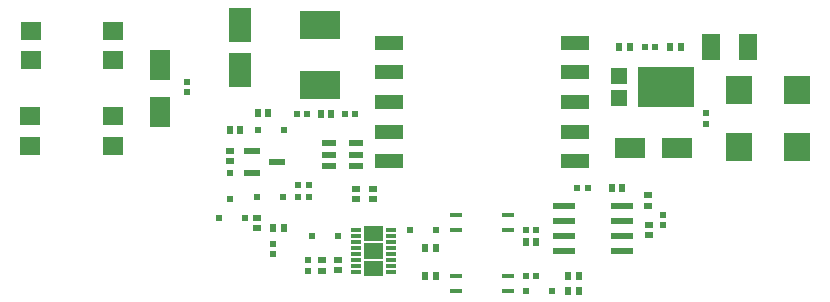
<source format=gtp>
G04*
G04 #@! TF.GenerationSoftware,Altium Limited,Altium Designer,19.0.11 (319)*
G04*
G04 Layer_Color=8421504*
%FSLAX44Y44*%
%MOMM*%
G71*
G01*
G75*
%ADD17R,1.7000X2.5000*%
%ADD18R,1.9812X0.5334*%
%ADD19R,3.4290X2.4180*%
%ADD20R,1.8500X3.0000*%
%ADD21R,0.5600X0.6400*%
%ADD22R,0.6000X0.6000*%
%ADD23R,1.2192X0.5080*%
%ADD24R,0.5400X0.6000*%
%ADD25R,1.8000X1.6500*%
%ADD26R,0.6000X0.6000*%
%ADD27R,1.0500X0.4500*%
%ADD28R,0.6400X0.5600*%
%ADD29R,1.3208X0.5588*%
%ADD30R,0.8048X0.3000*%
%ADD31R,0.6000X0.5400*%
%ADD32R,1.5000X2.2000*%
%ADD33R,2.3000X2.4500*%
%ADD34R,2.5000X1.7000*%
%ADD35R,2.4000X1.2200*%
%ADD36R,1.4000X1.3900*%
%ADD37R,4.8600X3.3600*%
G36*
X956206Y713860D02*
X940706D01*
Y726860D01*
X956206D01*
Y713860D01*
D02*
G37*
G36*
Y728860D02*
X940706D01*
Y741860D01*
X956206D01*
Y728860D01*
D02*
G37*
G36*
Y743860D02*
X940706D01*
Y756860D01*
X956206D01*
Y743860D01*
D02*
G37*
G36*
X1211890Y884780D02*
Y863580D01*
X1181090D01*
Y884780D01*
X1211890D01*
D02*
G37*
D17*
X767400Y892854D02*
D03*
Y852854D02*
D03*
D18*
X1159068Y773850D02*
D03*
Y761150D02*
D03*
Y748450D02*
D03*
Y735750D02*
D03*
X1109792D02*
D03*
Y748450D02*
D03*
Y761150D02*
D03*
Y773850D02*
D03*
D19*
X903512Y926790D02*
D03*
Y875990D02*
D03*
D20*
X835790Y888528D02*
D03*
Y927028D02*
D03*
D21*
Y837750D02*
D03*
X827090D02*
D03*
X912392Y851630D02*
D03*
X903692D02*
D03*
X872380Y754680D02*
D03*
X863680D02*
D03*
X1001080Y714160D02*
D03*
X992380D02*
D03*
X1001080Y738290D02*
D03*
X992380D02*
D03*
X1122270Y701460D02*
D03*
X1113570D02*
D03*
X1122270Y714160D02*
D03*
X1113570D02*
D03*
X1086200Y743370D02*
D03*
X1077500D02*
D03*
X1150400Y789090D02*
D03*
X1159100D02*
D03*
X1156750Y908470D02*
D03*
X1165450D02*
D03*
X850680Y852590D02*
D03*
X859380D02*
D03*
X1208630Y908470D02*
D03*
X1199930D02*
D03*
D22*
X827090Y801282D02*
D03*
Y779282D02*
D03*
D23*
X933770Y826428D02*
D03*
Y817030D02*
D03*
Y807632D02*
D03*
X910910Y826428D02*
D03*
Y817030D02*
D03*
Y807632D02*
D03*
D24*
X892582Y851630D02*
D03*
X883942D02*
D03*
X932712D02*
D03*
X924072D02*
D03*
X893640Y791630D02*
D03*
X885000D02*
D03*
Y781470D02*
D03*
X893640D02*
D03*
X1086140Y714160D02*
D03*
X1077500D02*
D03*
Y753530D02*
D03*
X1086140D02*
D03*
X1121220Y789090D02*
D03*
X1129860D02*
D03*
X1178370Y908470D02*
D03*
X1187010D02*
D03*
D25*
X728180Y922010D02*
D03*
Y897010D02*
D03*
X658180Y922010D02*
D03*
Y897010D02*
D03*
X728030Y824220D02*
D03*
Y849220D02*
D03*
X658030Y824220D02*
D03*
Y849220D02*
D03*
D26*
X839360Y763500D02*
D03*
X817360D02*
D03*
X872380Y837750D02*
D03*
X850380D02*
D03*
X871950Y781470D02*
D03*
X849950D02*
D03*
X918100Y747860D02*
D03*
X896100D02*
D03*
X979080Y753530D02*
D03*
X1001080D02*
D03*
X1077710Y701460D02*
D03*
X1099710D02*
D03*
D27*
X1062150Y714160D02*
D03*
Y701460D02*
D03*
X1018750Y714160D02*
D03*
Y701460D02*
D03*
X1062150Y766230D02*
D03*
Y753530D02*
D03*
X1018750Y766230D02*
D03*
Y753530D02*
D03*
D28*
X827090Y820110D02*
D03*
Y811410D02*
D03*
X918470Y727750D02*
D03*
Y719050D02*
D03*
X904760Y718700D02*
D03*
Y727400D02*
D03*
X849950Y754800D02*
D03*
Y763500D02*
D03*
X933770Y787820D02*
D03*
Y779120D02*
D03*
X947740D02*
D03*
Y787820D02*
D03*
X1181250Y782550D02*
D03*
Y773850D02*
D03*
X1181420Y757340D02*
D03*
Y748640D02*
D03*
D29*
X867222Y810680D02*
D03*
X845378Y820078D02*
D03*
Y801282D02*
D03*
D30*
X933932Y752860D02*
D03*
Y747860D02*
D03*
Y742860D02*
D03*
Y737860D02*
D03*
Y732860D02*
D03*
Y727860D02*
D03*
Y722860D02*
D03*
Y717860D02*
D03*
X962980D02*
D03*
Y722860D02*
D03*
Y727860D02*
D03*
Y732860D02*
D03*
Y737860D02*
D03*
Y742860D02*
D03*
Y747860D02*
D03*
Y752860D02*
D03*
D31*
X893070Y718700D02*
D03*
Y727340D02*
D03*
X863695Y732700D02*
D03*
Y741340D02*
D03*
X1193950Y757340D02*
D03*
Y765980D02*
D03*
X1229680Y843190D02*
D03*
Y851830D02*
D03*
X790260Y878540D02*
D03*
Y869900D02*
D03*
D32*
X1266000Y908470D02*
D03*
X1234000D02*
D03*
D33*
X1257620Y871260D02*
D03*
Y823760D02*
D03*
X1307150Y871260D02*
D03*
Y823760D02*
D03*
D34*
X1165314Y822259D02*
D03*
X1205314D02*
D03*
D35*
X1119310Y911480D02*
D03*
Y886480D02*
D03*
Y861480D02*
D03*
Y836480D02*
D03*
Y811480D02*
D03*
X961710Y911480D02*
D03*
Y886480D02*
D03*
Y861480D02*
D03*
Y836480D02*
D03*
Y811480D02*
D03*
D36*
X1156670Y883380D02*
D03*
Y864980D02*
D03*
D37*
X1196490Y874180D02*
D03*
M02*

</source>
